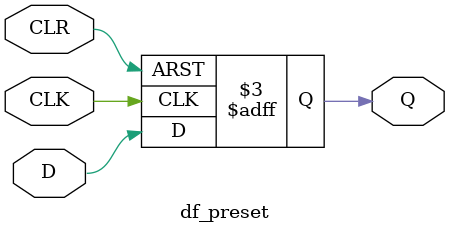
<source format=v>
module df_preset(Q, D, CLR, CLK);
input D, CLR, CLK ;
output reg Q ;

always @(posedge CLK or negedge CLR )
begin 
    if (~CLR)
    begin 
        Q <= 1 ;
    end
    else 
    begin 
        Q <= D ;
    end
end
endmodule 
</source>
